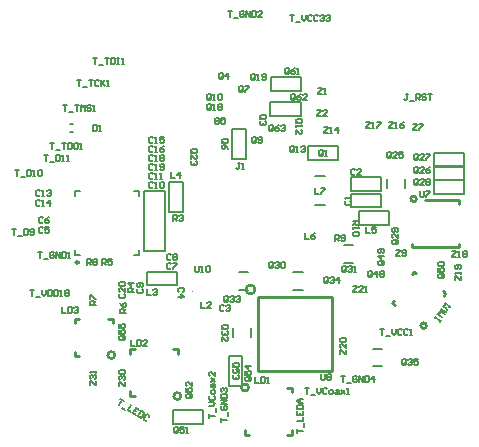
<source format=gto>
%FSLAX25Y25*%
%MOIN*%
G70*
G01*
G75*
G04 Layer_Color=65535*
%ADD10C,0.01000*%
%ADD11C,0.00512*%
%ADD12C,0.02000*%
%ADD13R,0.00787X0.04488*%
%ADD14R,0.01969X0.01969*%
%ADD15R,0.03000X0.03000*%
%ADD16R,0.01969X0.01969*%
%ADD17R,0.03000X0.03000*%
G04:AMPARAMS|DCode=18|XSize=33.47mil|YSize=11.02mil|CornerRadius=2.76mil|HoleSize=0mil|Usage=FLASHONLY|Rotation=0.000|XOffset=0mil|YOffset=0mil|HoleType=Round|Shape=RoundedRectangle|*
%AMROUNDEDRECTD18*
21,1,0.03347,0.00551,0,0,0.0*
21,1,0.02795,0.01102,0,0,0.0*
1,1,0.00551,0.01398,-0.00276*
1,1,0.00551,-0.01398,-0.00276*
1,1,0.00551,-0.01398,0.00276*
1,1,0.00551,0.01398,0.00276*
%
%ADD18ROUNDEDRECTD18*%
G04:AMPARAMS|DCode=19|XSize=33.47mil|YSize=11.02mil|CornerRadius=2.76mil|HoleSize=0mil|Usage=FLASHONLY|Rotation=90.000|XOffset=0mil|YOffset=0mil|HoleType=Round|Shape=RoundedRectangle|*
%AMROUNDEDRECTD19*
21,1,0.03347,0.00551,0,0,90.0*
21,1,0.02795,0.01102,0,0,90.0*
1,1,0.00551,0.00276,0.01398*
1,1,0.00551,0.00276,-0.01398*
1,1,0.00551,-0.00276,-0.01398*
1,1,0.00551,-0.00276,0.01398*
%
%ADD19ROUNDEDRECTD19*%
%ADD20R,0.03150X0.03150*%
%ADD21R,0.02165X0.01260*%
%ADD22R,0.01260X0.02165*%
%ADD23R,0.11417X0.11417*%
G04:AMPARAMS|DCode=24|XSize=19.69mil|YSize=10.63mil|CornerRadius=0mil|HoleSize=0mil|Usage=FLASHONLY|Rotation=326.000|XOffset=0mil|YOffset=0mil|HoleType=Round|Shape=Rectangle|*
%AMROTATEDRECTD24*
4,1,4,-0.01113,0.00110,-0.00519,0.00991,0.01113,-0.00110,0.00519,-0.00991,-0.01113,0.00110,0.0*
%
%ADD24ROTATEDRECTD24*%

G04:AMPARAMS|DCode=25|XSize=21.65mil|YSize=10.63mil|CornerRadius=0mil|HoleSize=0mil|Usage=FLASHONLY|Rotation=326.000|XOffset=0mil|YOffset=0mil|HoleType=Round|Shape=Rectangle|*
%AMROTATEDRECTD25*
4,1,4,-0.01195,0.00165,-0.00600,0.01046,0.01195,-0.00165,0.00600,-0.01046,-0.01195,0.00165,0.0*
%
%ADD25ROTATEDRECTD25*%

%ADD26P,0.08574X4X281.0*%
G04:AMPARAMS|DCode=27|XSize=19.69mil|YSize=10.63mil|CornerRadius=0mil|HoleSize=0mil|Usage=FLASHONLY|Rotation=56.000|XOffset=0mil|YOffset=0mil|HoleType=Round|Shape=Rectangle|*
%AMROTATEDRECTD27*
4,1,4,-0.00110,-0.01113,-0.00991,-0.00519,0.00110,0.01113,0.00991,0.00519,-0.00110,-0.01113,0.0*
%
%ADD27ROTATEDRECTD27*%

G04:AMPARAMS|DCode=28|XSize=21.65mil|YSize=10.63mil|CornerRadius=0mil|HoleSize=0mil|Usage=FLASHONLY|Rotation=56.000|XOffset=0mil|YOffset=0mil|HoleType=Round|Shape=Rectangle|*
%AMROTATEDRECTD28*
4,1,4,-0.00165,-0.01195,-0.01046,-0.00600,0.00165,0.01195,0.01046,0.00600,-0.00165,-0.01195,0.0*
%
%ADD28ROTATEDRECTD28*%

%ADD29R,0.03543X0.03740*%
%ADD30C,0.01969*%
%ADD31C,0.06811*%
%ADD32R,0.04449X0.05787*%
%ADD33R,0.05079X0.10709*%
%ADD34R,0.06693X0.04331*%
%ADD35R,0.01969X0.02362*%
%ADD36R,0.04331X0.05512*%
%ADD37R,0.04331X0.06693*%
%ADD38R,0.02362X0.00984*%
%ADD39R,0.10236X0.11811*%
%ADD40C,0.02362*%
%ADD41R,0.00984X0.02362*%
%ADD42R,0.12205X0.12205*%
%ADD43R,0.01181X0.01929*%
%ADD44R,0.01181X0.02047*%
%ADD45C,0.01500*%
%ADD46C,0.03000*%
%ADD47C,0.00600*%
%ADD48C,0.05512*%
%ADD49C,0.05000*%
%ADD50C,0.01063*%
%ADD51R,0.05000X0.03000*%
%ADD52R,0.01969X0.01850*%
%ADD53R,0.01969X0.01457*%
%ADD54R,0.04882X0.05079*%
%ADD55C,0.00984*%
%ADD56R,0.04488X0.00787*%
%ADD57R,0.05906X0.02165*%
%ADD58C,0.00700*%
%ADD59C,0.00800*%
%ADD60C,0.01200*%
%ADD61C,0.00984*%
%ADD62C,0.00394*%
%ADD63C,0.00500*%
%ADD64C,0.00787*%
D10*
X-42263Y-46705D02*
G03*
X-42263Y-46705I-1181J0D01*
G01*
X-20245Y-60374D02*
G03*
X-20245Y-60374I-1181J0D01*
G01*
X2307Y-57526D02*
G03*
X2307Y-57526I-1181J0D01*
G01*
X61601Y-36908D02*
G03*
X61601Y-36908I-943J0D01*
G01*
X58268Y5368D02*
G03*
X58268Y5368I-943J0D01*
G01*
X4413Y-24836D02*
G03*
X4413Y-24836I-1476J0D01*
G01*
X-43051Y-36076D02*
Y-34501D01*
X-44626D02*
X-43051D01*
X-55649D02*
X-54074D01*
X-55649Y-36076D02*
Y-34501D01*
Y-47099D02*
Y-45524D01*
Y-47099D02*
X-54074D01*
X-37077Y-46201D02*
Y-44626D01*
X-35502D01*
X-37077Y-60374D02*
X-35502D01*
X-37077D02*
Y-58799D01*
X-22904Y-44626D02*
X-21329D01*
Y-45807D02*
Y-45020D01*
Y-44626D01*
Y-46201D02*
Y-45807D01*
X16777Y-73274D02*
Y-71699D01*
X15202Y-73274D02*
X16777D01*
X15202Y-57526D02*
X16777D01*
Y-59101D02*
Y-57526D01*
X1029Y-73274D02*
X2604D01*
X1029Y-72880D02*
Y-72093D01*
Y-73274D02*
Y-72880D01*
Y-72093D02*
Y-71699D01*
X67381Y-26840D02*
X67931Y-26024D01*
X67115Y-25473D02*
X67931Y-26024D01*
X56773Y-19685D02*
X57324Y-18869D01*
X58140Y-19419D01*
X50169Y-29476D02*
X50985Y-30027D01*
X50169Y-29476D02*
X50719Y-28660D01*
X61107Y4974D02*
X72524D01*
Y3793D02*
Y4974D01*
X56776Y-10774D02*
X64650D01*
X56776D02*
Y-9593D01*
X64650Y-10774D02*
X72524D01*
Y-9593D01*
X5397Y-27297D02*
X30003D01*
Y-51903D02*
Y-27297D01*
X5397Y-51903D02*
X30003D01*
X5397D02*
Y-27297D01*
D47*
X10333Y28333D02*
Y29666D01*
X10000Y29999D01*
X9333D01*
X9000Y29666D01*
Y28333D01*
X9333Y28000D01*
X10000D01*
X9667Y28666D02*
X10333Y28000D01*
X10000D02*
X10333Y28333D01*
X12332Y29999D02*
X11666Y29666D01*
X10999Y29000D01*
Y28333D01*
X11333Y28000D01*
X11999D01*
X12332Y28333D01*
Y28666D01*
X11999Y29000D01*
X10999D01*
X12999Y29666D02*
X13332Y29999D01*
X13998D01*
X14332Y29666D01*
Y29333D01*
X13998Y29000D01*
X13665D01*
X13998D01*
X14332Y28666D01*
Y28333D01*
X13998Y28000D01*
X13332D01*
X12999Y28333D01*
X17833Y38833D02*
Y40166D01*
X17500Y40499D01*
X16833D01*
X16500Y40166D01*
Y38833D01*
X16833Y38500D01*
X17500D01*
X17166Y39166D02*
X17833Y38500D01*
X17500D02*
X17833Y38833D01*
X19832Y40499D02*
X19166Y40166D01*
X18499Y39500D01*
Y38833D01*
X18833Y38500D01*
X19499D01*
X19832Y38833D01*
Y39166D01*
X19499Y39500D01*
X18499D01*
X21832Y38500D02*
X20499D01*
X21832Y39833D01*
Y40166D01*
X21498Y40499D01*
X20832D01*
X20499Y40166D01*
X15833Y47333D02*
Y48666D01*
X15500Y48999D01*
X14833D01*
X14500Y48666D01*
Y47333D01*
X14833Y47000D01*
X15500D01*
X15167Y47666D02*
X15833Y47000D01*
X15500D02*
X15833Y47333D01*
X17832Y48999D02*
X17166Y48666D01*
X16499Y48000D01*
Y47333D01*
X16833Y47000D01*
X17499D01*
X17832Y47333D01*
Y47666D01*
X17499Y48000D01*
X16499D01*
X18499Y47000D02*
X19165D01*
X18832D01*
Y48999D01*
X18499Y48666D01*
X-40999Y-57000D02*
Y-55667D01*
X-40666D01*
X-39333Y-57000D01*
X-39000D01*
Y-55667D01*
X-40666Y-55001D02*
X-40999Y-54667D01*
Y-54001D01*
X-40666Y-53668D01*
X-40333D01*
X-40000Y-54001D01*
Y-54334D01*
Y-54001D01*
X-39666Y-53668D01*
X-39333D01*
X-39000Y-54001D01*
Y-54667D01*
X-39333Y-55001D01*
X-40666Y-53001D02*
X-40999Y-52668D01*
Y-52002D01*
X-40666Y-51668D01*
X-39333D01*
X-39000Y-52002D01*
Y-52668D01*
X-39333Y-53001D01*
X-40666D01*
X-50499Y-56500D02*
Y-55167D01*
X-50166D01*
X-48833Y-56500D01*
X-48500D01*
Y-55167D01*
X-50166Y-54501D02*
X-50499Y-54167D01*
Y-53501D01*
X-50166Y-53168D01*
X-49833D01*
X-49500Y-53501D01*
Y-53834D01*
Y-53501D01*
X-49166Y-53168D01*
X-48833D01*
X-48500Y-53501D01*
Y-54167D01*
X-48833Y-54501D01*
X-48500Y-52501D02*
Y-51835D01*
Y-52168D01*
X-50499D01*
X-50166Y-52501D01*
X-39333Y-40167D02*
X-40666D01*
X-40999Y-40500D01*
Y-41167D01*
X-40666Y-41500D01*
X-39333D01*
X-39000Y-41167D01*
Y-40500D01*
X-39666Y-40834D02*
X-39000Y-40167D01*
Y-40500D02*
X-39333Y-40167D01*
X-40999Y-38168D02*
Y-39501D01*
X-40000D01*
X-40333Y-38834D01*
Y-38501D01*
X-40000Y-38168D01*
X-39333D01*
X-39000Y-38501D01*
Y-39167D01*
X-39333Y-39501D01*
X-40999Y-36168D02*
Y-37501D01*
X-40000D01*
X-40333Y-36835D01*
Y-36502D01*
X-40000Y-36168D01*
X-39333D01*
X-39000Y-36502D01*
Y-37168D01*
X-39333Y-37501D01*
X2717Y-54013D02*
X1384D01*
X1051Y-54346D01*
Y-55013D01*
X1384Y-55346D01*
X2717D01*
X3050Y-55013D01*
Y-54346D01*
X2384Y-54680D02*
X3050Y-54013D01*
Y-54346D02*
X2717Y-54013D01*
X1051Y-52014D02*
Y-53347D01*
X2050D01*
X1717Y-52680D01*
Y-52347D01*
X2050Y-52014D01*
X2717D01*
X3050Y-52347D01*
Y-53013D01*
X2717Y-53347D01*
X3050Y-50348D02*
X1051D01*
X2050Y-51347D01*
Y-50014D01*
X-2717Y-50535D02*
X-1384D01*
X-1051Y-50202D01*
Y-49536D01*
X-1384Y-49202D01*
X-2717D01*
X-3050Y-49536D01*
Y-50202D01*
X-2383Y-49869D02*
X-3050Y-50535D01*
Y-50202D02*
X-2717Y-50535D01*
X-1051Y-52535D02*
Y-51202D01*
X-2050D01*
X-1717Y-51868D01*
Y-52201D01*
X-2050Y-52535D01*
X-2717D01*
X-3050Y-52201D01*
Y-51535D01*
X-2717Y-51202D01*
X-1384Y-53201D02*
X-1051Y-53534D01*
Y-54201D01*
X-1384Y-54534D01*
X-1717D01*
X-2050Y-54201D01*
Y-53868D01*
Y-54201D01*
X-2383Y-54534D01*
X-2717D01*
X-3050Y-54201D01*
Y-53534D01*
X-2717Y-53201D01*
X-16833Y-59667D02*
X-18166D01*
X-18499Y-60000D01*
Y-60667D01*
X-18166Y-61000D01*
X-16833D01*
X-16500Y-60667D01*
Y-60000D01*
X-17166Y-60334D02*
X-16500Y-59667D01*
Y-60000D02*
X-16833Y-59667D01*
X-18499Y-57668D02*
Y-59001D01*
X-17500D01*
X-17833Y-58334D01*
Y-58001D01*
X-17500Y-57668D01*
X-16833D01*
X-16500Y-58001D01*
Y-58667D01*
X-16833Y-59001D01*
X-16500Y-55668D02*
Y-57001D01*
X-17833Y-55668D01*
X-18166D01*
X-18499Y-56002D01*
Y-56668D01*
X-18166Y-57001D01*
X-21167Y-72167D02*
Y-70834D01*
X-21500Y-70501D01*
X-22167D01*
X-22500Y-70834D01*
Y-72167D01*
X-22167Y-72500D01*
X-21500D01*
X-21834Y-71834D02*
X-21167Y-72500D01*
X-21500D02*
X-21167Y-72167D01*
X-19168Y-70501D02*
X-20501D01*
Y-71500D01*
X-19834Y-71167D01*
X-19501D01*
X-19168Y-71500D01*
Y-72167D01*
X-19501Y-72500D01*
X-20167D01*
X-20501Y-72167D01*
X-18501Y-72500D02*
X-17835D01*
X-18168D01*
Y-70501D01*
X-18501Y-70834D01*
X67167Y-19667D02*
X65834D01*
X65501Y-20000D01*
Y-20667D01*
X65834Y-21000D01*
X67167D01*
X67500Y-20667D01*
Y-20000D01*
X66834Y-20334D02*
X67500Y-19667D01*
Y-20000D02*
X67167Y-19667D01*
X65501Y-17668D02*
Y-19001D01*
X66500D01*
X66167Y-18334D01*
Y-18001D01*
X66500Y-17668D01*
X67167D01*
X67500Y-18001D01*
Y-18667D01*
X67167Y-19001D01*
X65834Y-17001D02*
X65501Y-16668D01*
Y-16002D01*
X65834Y-15668D01*
X67167D01*
X67500Y-16002D01*
Y-16668D01*
X67167Y-17001D01*
X65834D01*
X47167Y-15167D02*
X45834D01*
X45501Y-15500D01*
Y-16167D01*
X45834Y-16500D01*
X47167D01*
X47500Y-16167D01*
Y-15500D01*
X46834Y-15834D02*
X47500Y-15167D01*
Y-15500D02*
X47167Y-15167D01*
X47500Y-13501D02*
X45501D01*
X46500Y-14501D01*
Y-13168D01*
X47167Y-12501D02*
X47500Y-12168D01*
Y-11502D01*
X47167Y-11168D01*
X45834D01*
X45501Y-11502D01*
Y-12168D01*
X45834Y-12501D01*
X46167D01*
X46500Y-12168D01*
Y-11168D01*
X43333Y-20167D02*
Y-18834D01*
X43000Y-18501D01*
X42333D01*
X42000Y-18834D01*
Y-20167D01*
X42333Y-20500D01*
X43000D01*
X42666Y-19834D02*
X43333Y-20500D01*
X43000D02*
X43333Y-20167D01*
X44999Y-20500D02*
Y-18501D01*
X43999Y-19500D01*
X45332D01*
X45999Y-18834D02*
X46332Y-18501D01*
X46998D01*
X47332Y-18834D01*
Y-19167D01*
X46998Y-19500D01*
X47332Y-19834D01*
Y-20167D01*
X46998Y-20500D01*
X46332D01*
X45999Y-20167D01*
Y-19834D01*
X46332Y-19500D01*
X45999Y-19167D01*
Y-18834D01*
X46332Y-19500D02*
X46998D01*
X-60000Y-30501D02*
Y-32500D01*
X-58667D01*
X-58001Y-30501D02*
Y-32500D01*
X-57001D01*
X-56668Y-32167D01*
Y-30834D01*
X-57001Y-30501D01*
X-58001D01*
X-56001Y-30834D02*
X-55668Y-30501D01*
X-55002D01*
X-54668Y-30834D01*
Y-31167D01*
X-55002Y-31500D01*
X-55335D01*
X-55002D01*
X-54668Y-31834D01*
Y-32167D01*
X-55002Y-32500D01*
X-55668D01*
X-56001Y-32167D01*
X-37000Y-41501D02*
Y-43500D01*
X-35667D01*
X-35001Y-41501D02*
Y-43500D01*
X-34001D01*
X-33668Y-43167D01*
Y-41834D01*
X-34001Y-41501D01*
X-35001D01*
X-31668Y-43500D02*
X-33001D01*
X-31668Y-42167D01*
Y-41834D01*
X-32002Y-41501D01*
X-32668D01*
X-33001Y-41834D01*
X4500Y-54001D02*
Y-56000D01*
X5833D01*
X6499Y-54001D02*
Y-56000D01*
X7499D01*
X7832Y-55667D01*
Y-54334D01*
X7499Y-54001D01*
X6499D01*
X8499Y-56000D02*
X9165D01*
X8832D01*
Y-54001D01*
X8499Y-54334D01*
X64342Y-34382D02*
X64715Y-33830D01*
X64529Y-34106D01*
X66186Y-35224D01*
X66000Y-35500D01*
X66373Y-34947D01*
X66932Y-34119D02*
X65274Y-33001D01*
X66199Y-32821D01*
X66019Y-31896D01*
X67677Y-33014D01*
X66392Y-31343D02*
X67773Y-32275D01*
X68236Y-32185D01*
X68609Y-31632D01*
X68519Y-31170D01*
X67137Y-30238D01*
X69168Y-30804D02*
X69540Y-30251D01*
X69354Y-30527D01*
X67696Y-29409D01*
X67787Y-29872D01*
X34834Y4833D02*
X34501Y4500D01*
Y3833D01*
X34834Y3500D01*
X36167D01*
X36500Y3833D01*
Y4500D01*
X36167Y4833D01*
X36500Y5499D02*
Y6166D01*
Y5833D01*
X34501D01*
X34834Y5499D01*
X37833Y15166D02*
X37500Y15499D01*
X36833D01*
X36500Y15166D01*
Y13833D01*
X36833Y13500D01*
X37500D01*
X37833Y13833D01*
X39832Y13500D02*
X38499D01*
X39832Y14833D01*
Y15166D01*
X39499Y15499D01*
X38833D01*
X38499Y15166D01*
X-66167Y-4334D02*
X-66500Y-4001D01*
X-67167D01*
X-67500Y-4334D01*
Y-5667D01*
X-67167Y-6000D01*
X-66500D01*
X-66167Y-5667D01*
X-64168Y-4001D02*
X-65501D01*
Y-5000D01*
X-64834Y-4667D01*
X-64501D01*
X-64168Y-5000D01*
Y-5667D01*
X-64501Y-6000D01*
X-65167D01*
X-65501Y-5667D01*
X-66167Y-834D02*
X-66500Y-501D01*
X-67167D01*
X-67500Y-834D01*
Y-2167D01*
X-67167Y-2500D01*
X-66500D01*
X-66167Y-2167D01*
X-64168Y-501D02*
X-64834Y-834D01*
X-65501Y-1500D01*
Y-2167D01*
X-65167Y-2500D01*
X-64501D01*
X-64168Y-2167D01*
Y-1833D01*
X-64501Y-1500D01*
X-65501D01*
X-23667Y-16334D02*
X-24000Y-16001D01*
X-24667D01*
X-25000Y-16334D01*
Y-17667D01*
X-24667Y-18000D01*
X-24000D01*
X-23667Y-17667D01*
X-23001Y-16001D02*
X-21668D01*
Y-16334D01*
X-23001Y-17667D01*
Y-18000D01*
X-23667Y-13334D02*
X-24000Y-13001D01*
X-24667D01*
X-25000Y-13334D01*
Y-14667D01*
X-24667Y-15000D01*
X-24000D01*
X-23667Y-14667D01*
X-23001Y-13334D02*
X-22667Y-13001D01*
X-22001D01*
X-21668Y-13334D01*
Y-13667D01*
X-22001Y-14000D01*
X-21668Y-14333D01*
Y-14667D01*
X-22001Y-15000D01*
X-22667D01*
X-23001Y-14667D01*
Y-14333D01*
X-22667Y-14000D01*
X-23001Y-13667D01*
Y-13334D01*
X-22667Y-14000D02*
X-22001D01*
X-34666Y-24667D02*
X-34999Y-25000D01*
Y-25667D01*
X-34666Y-26000D01*
X-33333D01*
X-33000Y-25667D01*
Y-25000D01*
X-33333Y-24667D01*
Y-24001D02*
X-33000Y-23667D01*
Y-23001D01*
X-33333Y-22668D01*
X-34666D01*
X-34999Y-23001D01*
Y-23667D01*
X-34666Y-24001D01*
X-34333D01*
X-34000Y-23667D01*
Y-22668D01*
X-29667Y10666D02*
X-30000Y10999D01*
X-30667D01*
X-31000Y10666D01*
Y9333D01*
X-30667Y9000D01*
X-30000D01*
X-29667Y9333D01*
X-29001Y9000D02*
X-28334D01*
X-28667D01*
Y10999D01*
X-29001Y10666D01*
X-27334D02*
X-27001Y10999D01*
X-26335D01*
X-26002Y10666D01*
Y9333D01*
X-26335Y9000D01*
X-27001D01*
X-27334Y9333D01*
Y10666D01*
X-29667Y13666D02*
X-30000Y13999D01*
X-30667D01*
X-31000Y13666D01*
Y12333D01*
X-30667Y12000D01*
X-30000D01*
X-29667Y12333D01*
X-29001Y12000D02*
X-28334D01*
X-28667D01*
Y13999D01*
X-29001Y13666D01*
X-27334Y12000D02*
X-26668D01*
X-27001D01*
Y13999D01*
X-27334Y13666D01*
X-67167Y8166D02*
X-67500Y8499D01*
X-68167D01*
X-68500Y8166D01*
Y6833D01*
X-68167Y6500D01*
X-67500D01*
X-67167Y6833D01*
X-66501Y6500D02*
X-65834D01*
X-66167D01*
Y8499D01*
X-66501Y8166D01*
X-64834D02*
X-64501Y8499D01*
X-63835D01*
X-63502Y8166D01*
Y7833D01*
X-63835Y7500D01*
X-64168D01*
X-63835D01*
X-63502Y7166D01*
Y6833D01*
X-63835Y6500D01*
X-64501D01*
X-64834Y6833D01*
X-67167Y4666D02*
X-67500Y4999D01*
X-68167D01*
X-68500Y4666D01*
Y3333D01*
X-68167Y3000D01*
X-67500D01*
X-67167Y3333D01*
X-66501Y3000D02*
X-65834D01*
X-66167D01*
Y4999D01*
X-66501Y4666D01*
X-63835Y3000D02*
Y4999D01*
X-64834Y4000D01*
X-63502D01*
X-29667Y25666D02*
X-30000Y25999D01*
X-30667D01*
X-31000Y25666D01*
Y24333D01*
X-30667Y24000D01*
X-30000D01*
X-29667Y24333D01*
X-29001Y24000D02*
X-28334D01*
X-28667D01*
Y25999D01*
X-29001Y25666D01*
X-26002Y25999D02*
X-27334D01*
Y25000D01*
X-26668Y25333D01*
X-26335D01*
X-26002Y25000D01*
Y24333D01*
X-26335Y24000D01*
X-27001D01*
X-27334Y24333D01*
X-29667Y22666D02*
X-30000Y22999D01*
X-30667D01*
X-31000Y22666D01*
Y21333D01*
X-30667Y21000D01*
X-30000D01*
X-29667Y21333D01*
X-29001Y21000D02*
X-28334D01*
X-28667D01*
Y22999D01*
X-29001Y22666D01*
X-26002Y22999D02*
X-26668Y22666D01*
X-27334Y22000D01*
Y21333D01*
X-27001Y21000D01*
X-26335D01*
X-26002Y21333D01*
Y21666D01*
X-26335Y22000D01*
X-27334D01*
X-29667Y19666D02*
X-30000Y19999D01*
X-30667D01*
X-31000Y19666D01*
Y18333D01*
X-30667Y18000D01*
X-30000D01*
X-29667Y18333D01*
X-29001Y18000D02*
X-28334D01*
X-28667D01*
Y19999D01*
X-29001Y19666D01*
X-27334D02*
X-27001Y19999D01*
X-26335D01*
X-26002Y19666D01*
Y19333D01*
X-26335Y19000D01*
X-26002Y18666D01*
Y18333D01*
X-26335Y18000D01*
X-27001D01*
X-27334Y18333D01*
Y18666D01*
X-27001Y19000D01*
X-27334Y19333D01*
Y19666D01*
X-27001Y19000D02*
X-26335D01*
X-29667Y16666D02*
X-30000Y16999D01*
X-30667D01*
X-31000Y16666D01*
Y15333D01*
X-30667Y15000D01*
X-30000D01*
X-29667Y15333D01*
X-29001Y15000D02*
X-28334D01*
X-28667D01*
Y16999D01*
X-29001Y16666D01*
X-27334Y15333D02*
X-27001Y15000D01*
X-26335D01*
X-26002Y15333D01*
Y16666D01*
X-26335Y16999D01*
X-27001D01*
X-27334Y16666D01*
Y16333D01*
X-27001Y16000D01*
X-26002D01*
X-40666Y-26167D02*
X-40999Y-26500D01*
Y-27167D01*
X-40666Y-27500D01*
X-39333D01*
X-39000Y-27167D01*
Y-26500D01*
X-39333Y-26167D01*
X-39000Y-24168D02*
Y-25501D01*
X-40333Y-24168D01*
X-40666D01*
X-40999Y-24501D01*
Y-25167D01*
X-40666Y-25501D01*
Y-23501D02*
X-40999Y-23168D01*
Y-22502D01*
X-40666Y-22168D01*
X-39333D01*
X-39000Y-22502D01*
Y-23168D01*
X-39333Y-23501D01*
X-40666D01*
X-49500Y29999D02*
Y28000D01*
X-48500D01*
X-48167Y28333D01*
Y29666D01*
X-48500Y29999D01*
X-49500D01*
X-47501Y28000D02*
X-46834D01*
X-47167D01*
Y29999D01*
X-47501Y29666D01*
X-667Y17499D02*
X-1333D01*
X-1000D01*
Y15833D01*
X-1333Y15500D01*
X-1667D01*
X-2000Y15833D01*
X-1Y15500D02*
X666D01*
X333D01*
Y17499D01*
X-1Y17166D01*
X-31500Y-24501D02*
Y-26500D01*
X-30167D01*
X-29501Y-24834D02*
X-29167Y-24501D01*
X-28501D01*
X-28168Y-24834D01*
Y-25167D01*
X-28501Y-25500D01*
X-28834D01*
X-28501D01*
X-28168Y-25834D01*
Y-26167D01*
X-28501Y-26500D01*
X-29167D01*
X-29501Y-26167D01*
X-23500Y14499D02*
Y12500D01*
X-22167D01*
X-20501D02*
Y14499D01*
X-21501Y13500D01*
X-20168D01*
X41500Y-4001D02*
Y-6000D01*
X42833D01*
X44832Y-4001D02*
X43499D01*
Y-5000D01*
X44166Y-4667D01*
X44499D01*
X44832Y-5000D01*
Y-5667D01*
X44499Y-6000D01*
X43833D01*
X43499Y-5667D01*
X21000Y-6001D02*
Y-8000D01*
X22333D01*
X24332Y-6001D02*
X23666Y-6334D01*
X22999Y-7000D01*
Y-7667D01*
X23333Y-8000D01*
X23999D01*
X24332Y-7667D01*
Y-7333D01*
X23999Y-7000D01*
X22999D01*
X24500Y8999D02*
Y7000D01*
X25833D01*
X26499Y8999D02*
X27832D01*
Y8666D01*
X26499Y7333D01*
Y7000D01*
X27181Y20078D02*
Y21411D01*
X26847Y21745D01*
X26181D01*
X25848Y21411D01*
Y20078D01*
X26181Y19745D01*
X26847D01*
X26514Y20412D02*
X27181Y19745D01*
X26847D02*
X27181Y20078D01*
X27847Y19745D02*
X28514D01*
X28180D01*
Y21745D01*
X27847Y21411D01*
X6333Y32167D02*
X7666D01*
X7999Y32500D01*
Y33167D01*
X7666Y33500D01*
X6333D01*
X6000Y33167D01*
Y32500D01*
X6667Y32834D02*
X6000Y32167D01*
Y32500D02*
X6333Y32167D01*
X7666Y31501D02*
X7999Y31167D01*
Y30501D01*
X7666Y30168D01*
X7333D01*
X7000Y30501D01*
Y30834D01*
Y30501D01*
X6667Y30168D01*
X6333D01*
X6000Y30501D01*
Y31167D01*
X6333Y31501D01*
X-6167Y45833D02*
Y47166D01*
X-6500Y47499D01*
X-7167D01*
X-7500Y47166D01*
Y45833D01*
X-7167Y45500D01*
X-6500D01*
X-6833Y46166D02*
X-6167Y45500D01*
X-6500D02*
X-6167Y45833D01*
X-4501Y45500D02*
Y47499D01*
X-5501Y46500D01*
X-4168D01*
X-6167Y24167D02*
X-4834D01*
X-4501Y24500D01*
Y25167D01*
X-4834Y25500D01*
X-6167D01*
X-6500Y25167D01*
Y24500D01*
X-5834Y24834D02*
X-6500Y24167D01*
Y24500D02*
X-6167Y24167D01*
X-4501Y22168D02*
X-4834Y22834D01*
X-5500Y23501D01*
X-6167D01*
X-6500Y23167D01*
Y22501D01*
X-6167Y22168D01*
X-5834D01*
X-5500Y22501D01*
Y23501D01*
X333Y41333D02*
Y42666D01*
X-0Y42999D01*
X-667D01*
X-1000Y42666D01*
Y41333D01*
X-667Y41000D01*
X-0D01*
X-334Y41666D02*
X333Y41000D01*
X-0D02*
X333Y41333D01*
X999Y42999D02*
X2332D01*
Y42666D01*
X999Y41333D01*
Y41000D01*
X-6833Y32167D02*
Y30834D01*
X-6500Y30501D01*
X-5833D01*
X-5500Y30834D01*
Y32167D01*
X-5833Y32500D01*
X-6500D01*
X-6166Y31834D02*
X-6833Y32500D01*
X-6500D02*
X-6833Y32167D01*
X-7499Y30834D02*
X-7833Y30501D01*
X-8499D01*
X-8832Y30834D01*
Y31167D01*
X-8499Y31500D01*
X-8832Y31834D01*
Y32167D01*
X-8499Y32500D01*
X-7833D01*
X-7499Y32167D01*
Y31834D01*
X-7833Y31500D01*
X-7499Y31167D01*
Y30834D01*
X-7833Y31500D02*
X-8499D01*
X4833Y24333D02*
Y25666D01*
X4500Y25999D01*
X3833D01*
X3500Y25666D01*
Y24333D01*
X3833Y24000D01*
X4500D01*
X4166Y24667D02*
X4833Y24000D01*
X4500D02*
X4833Y24333D01*
X5499D02*
X5833Y24000D01*
X6499D01*
X6832Y24333D01*
Y25666D01*
X6499Y25999D01*
X5833D01*
X5499Y25666D01*
Y25333D01*
X5833Y25000D01*
X6832D01*
X-10167Y38833D02*
Y40166D01*
X-10500Y40499D01*
X-11167D01*
X-11500Y40166D01*
Y38833D01*
X-11167Y38500D01*
X-10500D01*
X-10834Y39166D02*
X-10167Y38500D01*
X-10500D02*
X-10167Y38833D01*
X-9501Y38500D02*
X-8834D01*
X-9167D01*
Y40499D01*
X-9501Y40166D01*
X-7835D02*
X-7501Y40499D01*
X-6835D01*
X-6502Y40166D01*
Y38833D01*
X-6835Y38500D01*
X-7501D01*
X-7835Y38833D01*
Y40166D01*
X18333Y30667D02*
X19666D01*
X19999Y31000D01*
Y31667D01*
X19666Y32000D01*
X18333D01*
X18000Y31667D01*
Y31000D01*
X18666Y31334D02*
X18000Y30667D01*
Y31000D02*
X18333Y30667D01*
X18000Y30001D02*
Y29334D01*
Y29667D01*
X19999D01*
X19666Y30001D01*
X18000Y27002D02*
Y28335D01*
X19333Y27002D01*
X19666D01*
X19999Y27335D01*
Y28001D01*
X19666Y28335D01*
X17333Y21183D02*
Y22516D01*
X17000Y22849D01*
X16333D01*
X16000Y22516D01*
Y21183D01*
X16333Y20850D01*
X17000D01*
X16667Y21517D02*
X17333Y20850D01*
X17000D02*
X17333Y21183D01*
X17999Y20850D02*
X18666D01*
X18333D01*
Y22849D01*
X17999Y22516D01*
X19666D02*
X19999Y22849D01*
X20665D01*
X20998Y22516D01*
Y22183D01*
X20665Y21850D01*
X20332D01*
X20665D01*
X20998Y21517D01*
Y21183D01*
X20665Y20850D01*
X19999D01*
X19666Y21183D01*
X-10167Y35333D02*
Y36666D01*
X-10500Y36999D01*
X-11167D01*
X-11500Y36666D01*
Y35333D01*
X-11167Y35000D01*
X-10500D01*
X-10834Y35666D02*
X-10167Y35000D01*
X-10500D02*
X-10167Y35333D01*
X-9501Y35000D02*
X-8834D01*
X-9167D01*
Y36999D01*
X-9501Y36666D01*
X-7835D02*
X-7501Y36999D01*
X-6835D01*
X-6502Y36666D01*
Y36333D01*
X-6835Y36000D01*
X-6502Y35666D01*
Y35333D01*
X-6835Y35000D01*
X-7501D01*
X-7835Y35333D01*
Y35666D01*
X-7501Y36000D01*
X-7835Y36333D01*
Y36666D01*
X-7501Y36000D02*
X-6835D01*
X4333Y45333D02*
Y46666D01*
X4000Y46999D01*
X3333D01*
X3000Y46666D01*
Y45333D01*
X3333Y45000D01*
X4000D01*
X3666Y45666D02*
X4333Y45000D01*
X4000D02*
X4333Y45333D01*
X4999Y45000D02*
X5666D01*
X5333D01*
Y46999D01*
X4999Y46666D01*
X6666Y45333D02*
X6999Y45000D01*
X7665D01*
X7998Y45333D01*
Y46666D01*
X7665Y46999D01*
X6999D01*
X6666Y46666D01*
Y46333D01*
X6999Y46000D01*
X7998D01*
X-16667Y20667D02*
X-15334D01*
X-15001Y21000D01*
Y21667D01*
X-15334Y22000D01*
X-16667D01*
X-17000Y21667D01*
Y21000D01*
X-16333Y21334D02*
X-17000Y20667D01*
Y21000D02*
X-16667Y20667D01*
X-17000Y18668D02*
Y20001D01*
X-15667Y18668D01*
X-15334D01*
X-15001Y19001D01*
Y19667D01*
X-15334Y20001D01*
Y18001D02*
X-15001Y17668D01*
Y17002D01*
X-15334Y16668D01*
X-15667D01*
X-16000Y17002D01*
Y17335D01*
Y17002D01*
X-16333Y16668D01*
X-16667D01*
X-17000Y17002D01*
Y17668D01*
X-16667Y18001D01*
X49833Y19333D02*
Y20666D01*
X49500Y20999D01*
X48833D01*
X48500Y20666D01*
Y19333D01*
X48833Y19000D01*
X49500D01*
X49166Y19667D02*
X49833Y19000D01*
X49500D02*
X49833Y19333D01*
X51832Y19000D02*
X50499D01*
X51832Y20333D01*
Y20666D01*
X51499Y20999D01*
X50833D01*
X50499Y20666D01*
X53832Y20999D02*
X52499D01*
Y20000D01*
X53165Y20333D01*
X53498D01*
X53832Y20000D01*
Y19333D01*
X53498Y19000D01*
X52832D01*
X52499Y19333D01*
X58833Y14333D02*
Y15666D01*
X58500Y15999D01*
X57833D01*
X57500Y15666D01*
Y14333D01*
X57833Y14000D01*
X58500D01*
X58166Y14667D02*
X58833Y14000D01*
X58500D02*
X58833Y14333D01*
X60832Y14000D02*
X59499D01*
X60832Y15333D01*
Y15666D01*
X60499Y15999D01*
X59833D01*
X59499Y15666D01*
X62832Y15999D02*
X62165Y15666D01*
X61499Y15000D01*
Y14333D01*
X61832Y14000D01*
X62498D01*
X62832Y14333D01*
Y14667D01*
X62498Y15000D01*
X61499D01*
X58833Y18833D02*
Y20166D01*
X58500Y20499D01*
X57833D01*
X57500Y20166D01*
Y18833D01*
X57833Y18500D01*
X58500D01*
X58166Y19166D02*
X58833Y18500D01*
X58500D02*
X58833Y18833D01*
X60832Y18500D02*
X59499D01*
X60832Y19833D01*
Y20166D01*
X60499Y20499D01*
X59833D01*
X59499Y20166D01*
X61499Y20499D02*
X62832D01*
Y20166D01*
X61499Y18833D01*
Y18500D01*
X58833Y10333D02*
Y11666D01*
X58500Y11999D01*
X57833D01*
X57500Y11666D01*
Y10333D01*
X57833Y10000D01*
X58500D01*
X58166Y10667D02*
X58833Y10000D01*
X58500D02*
X58833Y10333D01*
X60832Y10000D02*
X59499D01*
X60832Y11333D01*
Y11666D01*
X60499Y11999D01*
X59833D01*
X59499Y11666D01*
X61499D02*
X61832Y11999D01*
X62498D01*
X62832Y11666D01*
Y11333D01*
X62498Y11000D01*
X62832Y10667D01*
Y10333D01*
X62498Y10000D01*
X61832D01*
X61499Y10333D01*
Y10667D01*
X61832Y11000D01*
X61499Y11333D01*
Y11666D01*
X61832Y11000D02*
X62498D01*
X51667Y-8167D02*
X50334D01*
X50001Y-8500D01*
Y-9167D01*
X50334Y-9500D01*
X51667D01*
X52000Y-9167D01*
Y-8500D01*
X51334Y-8833D02*
X52000Y-8167D01*
Y-8500D02*
X51667Y-8167D01*
X52000Y-6168D02*
Y-7501D01*
X50667Y-6168D01*
X50334D01*
X50001Y-6501D01*
Y-7167D01*
X50334Y-7501D01*
X51667Y-5501D02*
X52000Y-5168D01*
Y-4502D01*
X51667Y-4168D01*
X50334D01*
X50001Y-4502D01*
Y-5168D01*
X50334Y-5501D01*
X50667D01*
X51000Y-5168D01*
Y-4168D01*
X10333Y-17167D02*
Y-15834D01*
X10000Y-15501D01*
X9333D01*
X9000Y-15834D01*
Y-17167D01*
X9333Y-17500D01*
X10000D01*
X9667Y-16834D02*
X10333Y-17500D01*
X10000D02*
X10333Y-17167D01*
X10999Y-15834D02*
X11333Y-15501D01*
X11999D01*
X12332Y-15834D01*
Y-16167D01*
X11999Y-16500D01*
X11666D01*
X11999D01*
X12332Y-16834D01*
Y-17167D01*
X11999Y-17500D01*
X11333D01*
X10999Y-17167D01*
X12999Y-15834D02*
X13332Y-15501D01*
X13998D01*
X14332Y-15834D01*
Y-17167D01*
X13998Y-17500D01*
X13332D01*
X12999Y-17167D01*
Y-15834D01*
X34833Y-18667D02*
Y-17334D01*
X34500Y-17001D01*
X33833D01*
X33500Y-17334D01*
Y-18667D01*
X33833Y-19000D01*
X34500D01*
X34166Y-18334D02*
X34833Y-19000D01*
X34500D02*
X34833Y-18667D01*
X35499Y-17334D02*
X35833Y-17001D01*
X36499D01*
X36832Y-17334D01*
Y-17667D01*
X36499Y-18000D01*
X36166D01*
X36499D01*
X36832Y-18334D01*
Y-18667D01*
X36499Y-19000D01*
X35833D01*
X35499Y-18667D01*
X37499Y-19000D02*
X38165D01*
X37832D01*
Y-17001D01*
X37499Y-17334D01*
X-6167Y-37833D02*
X-4834D01*
X-4501Y-37500D01*
Y-36833D01*
X-4834Y-36500D01*
X-6167D01*
X-6500Y-36833D01*
Y-37500D01*
X-5834Y-37166D02*
X-6500Y-37833D01*
Y-37500D02*
X-6167Y-37833D01*
X-4834Y-38499D02*
X-4501Y-38833D01*
Y-39499D01*
X-4834Y-39832D01*
X-5167D01*
X-5500Y-39499D01*
Y-39166D01*
Y-39499D01*
X-5834Y-39832D01*
X-6167D01*
X-6500Y-39499D01*
Y-38833D01*
X-6167Y-38499D01*
X-6500Y-41832D02*
Y-40499D01*
X-5167Y-41832D01*
X-4834D01*
X-4501Y-41498D01*
Y-40832D01*
X-4834Y-40499D01*
X-4667Y-28667D02*
Y-27334D01*
X-5000Y-27001D01*
X-5667D01*
X-6000Y-27334D01*
Y-28667D01*
X-5667Y-29000D01*
X-5000D01*
X-5334Y-28334D02*
X-4667Y-29000D01*
X-5000D02*
X-4667Y-28667D01*
X-4001Y-27334D02*
X-3667Y-27001D01*
X-3001D01*
X-2668Y-27334D01*
Y-27667D01*
X-3001Y-28000D01*
X-3334D01*
X-3001D01*
X-2668Y-28334D01*
Y-28667D01*
X-3001Y-29000D01*
X-3667D01*
X-4001Y-28667D01*
X-2001Y-27334D02*
X-1668Y-27001D01*
X-1002D01*
X-668Y-27334D01*
Y-27667D01*
X-1002Y-28000D01*
X-1335D01*
X-1002D01*
X-668Y-28334D01*
Y-28667D01*
X-1002Y-29000D01*
X-1668D01*
X-2001Y-28667D01*
X28833Y-22167D02*
Y-20834D01*
X28500Y-20501D01*
X27833D01*
X27500Y-20834D01*
Y-22167D01*
X27833Y-22500D01*
X28500D01*
X28166Y-21834D02*
X28833Y-22500D01*
X28500D02*
X28833Y-22167D01*
X29499Y-20834D02*
X29833Y-20501D01*
X30499D01*
X30832Y-20834D01*
Y-21167D01*
X30499Y-21500D01*
X30166D01*
X30499D01*
X30832Y-21834D01*
Y-22167D01*
X30499Y-22500D01*
X29833D01*
X29499Y-22167D01*
X32498Y-22500D02*
Y-20501D01*
X31499Y-21500D01*
X32832D01*
X54833Y-49667D02*
Y-48334D01*
X54500Y-48001D01*
X53833D01*
X53500Y-48334D01*
Y-49667D01*
X53833Y-50000D01*
X54500D01*
X54166Y-49334D02*
X54833Y-50000D01*
X54500D02*
X54833Y-49667D01*
X55499Y-48334D02*
X55833Y-48001D01*
X56499D01*
X56832Y-48334D01*
Y-48667D01*
X56499Y-49000D01*
X56166D01*
X56499D01*
X56832Y-49334D01*
Y-49667D01*
X56499Y-50000D01*
X55833D01*
X55499Y-49667D01*
X58832Y-48001D02*
X57499D01*
Y-49000D01*
X58165Y-48667D01*
X58498D01*
X58832Y-49000D01*
Y-49667D01*
X58498Y-50000D01*
X57832D01*
X57499Y-49667D01*
X-23000Y-2000D02*
Y-1D01*
X-22000D01*
X-21667Y-334D01*
Y-1000D01*
X-22000Y-1333D01*
X-23000D01*
X-22333D02*
X-21667Y-2000D01*
X-21001Y-334D02*
X-20667Y-1D01*
X-20001D01*
X-19668Y-334D01*
Y-667D01*
X-20001Y-1000D01*
X-20334D01*
X-20001D01*
X-19668Y-1333D01*
Y-1667D01*
X-20001Y-2000D01*
X-20667D01*
X-21001Y-1667D01*
X-36000Y-25500D02*
X-37999D01*
Y-24500D01*
X-37666Y-24167D01*
X-37000D01*
X-36666Y-24500D01*
Y-25500D01*
Y-24834D02*
X-36000Y-24167D01*
Y-22501D02*
X-37999D01*
X-37000Y-23501D01*
Y-22168D01*
X-46500Y-16500D02*
Y-14501D01*
X-45500D01*
X-45167Y-14834D01*
Y-15500D01*
X-45500Y-15834D01*
X-46500D01*
X-45834D02*
X-45167Y-16500D01*
X-43168Y-14501D02*
X-44501D01*
Y-15500D01*
X-43834Y-15167D01*
X-43501D01*
X-43168Y-15500D01*
Y-16167D01*
X-43501Y-16500D01*
X-44167D01*
X-44501Y-16167D01*
X-38500Y-32500D02*
X-40499D01*
Y-31500D01*
X-40166Y-31167D01*
X-39500D01*
X-39166Y-31500D01*
Y-32500D01*
Y-31834D02*
X-38500Y-31167D01*
X-40499Y-29168D02*
X-40166Y-29834D01*
X-39500Y-30501D01*
X-38833D01*
X-38500Y-30167D01*
Y-29501D01*
X-38833Y-29168D01*
X-39166D01*
X-39500Y-29501D01*
Y-30501D01*
X-48500Y-30000D02*
X-50499D01*
Y-29000D01*
X-50166Y-28667D01*
X-49500D01*
X-49166Y-29000D01*
Y-30000D01*
Y-29334D02*
X-48500Y-28667D01*
X-50499Y-28001D02*
Y-26668D01*
X-50166D01*
X-48833Y-28001D01*
X-48500D01*
X-51500Y-16500D02*
Y-14501D01*
X-50500D01*
X-50167Y-14834D01*
Y-15500D01*
X-50500Y-15834D01*
X-51500D01*
X-50834D02*
X-50167Y-16500D01*
X-49501Y-14834D02*
X-49167Y-14501D01*
X-48501D01*
X-48168Y-14834D01*
Y-15167D01*
X-48501Y-15500D01*
X-48168Y-15834D01*
Y-16167D01*
X-48501Y-16500D01*
X-49167D01*
X-49501Y-16167D01*
Y-15834D01*
X-49167Y-15500D01*
X-49501Y-15167D01*
Y-14834D01*
X-49167Y-15500D02*
X-48501D01*
X31000Y-8500D02*
Y-6501D01*
X32000D01*
X32333Y-6834D01*
Y-7500D01*
X32000Y-7834D01*
X31000D01*
X31666D02*
X32333Y-8500D01*
X32999Y-8167D02*
X33333Y-8500D01*
X33999D01*
X34332Y-8167D01*
Y-6834D01*
X33999Y-6501D01*
X33333D01*
X32999Y-6834D01*
Y-7167D01*
X33333Y-7500D01*
X34332D01*
X37000Y-2000D02*
X38999D01*
Y-3000D01*
X38666Y-3333D01*
X38000D01*
X37666Y-3000D01*
Y-2000D01*
Y-2667D02*
X37000Y-3333D01*
Y-3999D02*
Y-4666D01*
Y-4333D01*
X38999D01*
X38666Y-3999D01*
Y-5666D02*
X38999Y-5999D01*
Y-6665D01*
X38666Y-6998D01*
X37333D01*
X37000Y-6665D01*
Y-5999D01*
X37333Y-5666D01*
X38666D01*
X59500Y7999D02*
Y6333D01*
X59833Y6000D01*
X60500D01*
X60833Y6333D01*
Y7999D01*
X61499D02*
X62832D01*
Y7666D01*
X61499Y6333D01*
Y6000D01*
X26500Y-53001D02*
Y-54667D01*
X26833Y-55000D01*
X27500D01*
X27833Y-54667D01*
Y-53001D01*
X28499Y-53334D02*
X28833Y-53001D01*
X29499D01*
X29832Y-53334D01*
Y-53667D01*
X29499Y-54000D01*
X29832Y-54334D01*
Y-54667D01*
X29499Y-55000D01*
X28833D01*
X28499Y-54667D01*
Y-54334D01*
X28833Y-54000D01*
X28499Y-53667D01*
Y-53334D01*
X28833Y-54000D02*
X29499D01*
X25500Y42499D02*
X26833D01*
Y42166D01*
X25500Y40833D01*
Y40500D01*
X26833D01*
X27499D02*
X28166D01*
X27833D01*
Y42499D01*
X27499Y42166D01*
X25000Y34999D02*
X26333D01*
Y34666D01*
X25000Y33333D01*
Y33000D01*
X26333D01*
X28332D02*
X26999D01*
X28332Y34333D01*
Y34666D01*
X27999Y34999D01*
X27333D01*
X26999Y34666D01*
X57000Y30499D02*
X58333D01*
Y30166D01*
X57000Y28833D01*
Y28500D01*
X58333D01*
X58999Y30499D02*
X60332D01*
Y30166D01*
X58999Y28833D01*
Y28500D01*
X51500Y-11501D02*
X52833D01*
Y-11834D01*
X51500Y-13167D01*
Y-13500D01*
X52833D01*
X53499Y-13167D02*
X53833Y-13500D01*
X54499D01*
X54832Y-13167D01*
Y-11834D01*
X54499Y-11501D01*
X53833D01*
X53499Y-11834D01*
Y-12167D01*
X53833Y-12500D01*
X54832D01*
X27500Y29499D02*
X28833D01*
Y29166D01*
X27500Y27833D01*
Y27500D01*
X28833D01*
X29499D02*
X30166D01*
X29833D01*
Y29499D01*
X29499Y29166D01*
X32165Y27500D02*
Y29499D01*
X31166Y28500D01*
X32498D01*
X49000Y30999D02*
X50333D01*
Y30666D01*
X49000Y29333D01*
Y29000D01*
X50333D01*
X50999D02*
X51666D01*
X51333D01*
Y30999D01*
X50999Y30666D01*
X53998Y30999D02*
X53332Y30666D01*
X52666Y30000D01*
Y29333D01*
X52999Y29000D01*
X53665D01*
X53998Y29333D01*
Y29666D01*
X53665Y30000D01*
X52666D01*
X41500Y30999D02*
X42833D01*
Y30666D01*
X41500Y29333D01*
Y29000D01*
X42833D01*
X43499D02*
X44166D01*
X43833D01*
Y30999D01*
X43499Y30666D01*
X45166Y30999D02*
X46498D01*
Y30666D01*
X45166Y29333D01*
Y29000D01*
X70000Y-12001D02*
X71333D01*
Y-12334D01*
X70000Y-13667D01*
Y-14000D01*
X71333D01*
X71999D02*
X72666D01*
X72333D01*
Y-12001D01*
X71999Y-12334D01*
X73665D02*
X73999Y-12001D01*
X74665D01*
X74998Y-12334D01*
Y-12667D01*
X74665Y-13000D01*
X74998Y-13333D01*
Y-13667D01*
X74665Y-14000D01*
X73999D01*
X73665Y-13667D01*
Y-13333D01*
X73999Y-13000D01*
X73665Y-12667D01*
Y-12334D01*
X73999Y-13000D02*
X74665D01*
X71001Y-21500D02*
Y-20167D01*
X71334D01*
X72667Y-21500D01*
X73000D01*
Y-20167D01*
Y-19501D02*
Y-18834D01*
Y-19167D01*
X71001D01*
X71334Y-19501D01*
X72667Y-17834D02*
X73000Y-17501D01*
Y-16835D01*
X72667Y-16502D01*
X71334D01*
X71001Y-16835D01*
Y-17501D01*
X71334Y-17834D01*
X71667D01*
X72000Y-17501D01*
Y-16502D01*
X32701Y-46300D02*
Y-44967D01*
X33034D01*
X34367Y-46300D01*
X34700D01*
Y-44967D01*
Y-42968D02*
Y-44301D01*
X33367Y-42968D01*
X33034D01*
X32701Y-43301D01*
Y-43967D01*
X33034Y-44301D01*
Y-42301D02*
X32701Y-41968D01*
Y-41302D01*
X33034Y-40968D01*
X34367D01*
X34700Y-41302D01*
Y-41968D01*
X34367Y-42301D01*
X33034D01*
X37000Y-23501D02*
X38333D01*
Y-23834D01*
X37000Y-25167D01*
Y-25500D01*
X38333D01*
X40332D02*
X38999D01*
X40332Y-24167D01*
Y-23834D01*
X39999Y-23501D01*
X39333D01*
X38999Y-23834D01*
X40999Y-25500D02*
X41665D01*
X41332D01*
Y-23501D01*
X40999Y-23834D01*
X-5835Y-30393D02*
X-6168Y-30059D01*
X-6835D01*
X-7168Y-30393D01*
Y-31725D01*
X-6835Y-32059D01*
X-6168D01*
X-5835Y-31725D01*
X-5169Y-30393D02*
X-4835Y-30059D01*
X-4169D01*
X-3836Y-30393D01*
Y-30726D01*
X-4169Y-31059D01*
X-4502D01*
X-4169D01*
X-3836Y-31392D01*
Y-31725D01*
X-4169Y-32059D01*
X-4835D01*
X-5169Y-31725D01*
X-19706Y-25752D02*
X-19373Y-25419D01*
Y-24753D01*
X-19706Y-24419D01*
X-21039D01*
X-21372Y-24753D01*
Y-25419D01*
X-21039Y-25752D01*
X-21372Y-27418D02*
X-19373D01*
X-20373Y-26419D01*
Y-27752D01*
X-13486Y-28843D02*
Y-30842D01*
X-12153D01*
X-10154D02*
X-11487D01*
X-10154Y-29509D01*
Y-29176D01*
X-10487Y-28843D01*
X-11153D01*
X-11487Y-29176D01*
X-15500Y-17001D02*
Y-18667D01*
X-15167Y-19000D01*
X-14500D01*
X-14167Y-18667D01*
Y-17001D01*
X-13501Y-19000D02*
X-12834D01*
X-13167D01*
Y-17001D01*
X-13501Y-17334D01*
X-11834D02*
X-11501Y-17001D01*
X-10835D01*
X-10502Y-17334D01*
Y-18667D01*
X-10835Y-19000D01*
X-11501D01*
X-11834Y-18667D01*
Y-17334D01*
X55333Y40499D02*
X54666D01*
X55000D01*
Y38833D01*
X54666Y38500D01*
X54333D01*
X54000Y38833D01*
X55999Y38167D02*
X57332D01*
X57999Y38500D02*
Y40499D01*
X58998D01*
X59332Y40166D01*
Y39500D01*
X58998Y39166D01*
X57999D01*
X58665D02*
X59332Y38500D01*
X61331Y40166D02*
X60998Y40499D01*
X60331D01*
X59998Y40166D01*
Y39833D01*
X60331Y39500D01*
X60998D01*
X61331Y39166D01*
Y38833D01*
X60998Y38500D01*
X60331D01*
X59998Y38833D01*
X61997Y40499D02*
X63330D01*
X62664D01*
Y38500D01*
X-68025Y-12315D02*
X-66692D01*
X-67359D01*
Y-14314D01*
X-66026Y-14647D02*
X-64693D01*
X-62694Y-12648D02*
X-63027Y-12315D01*
X-63693D01*
X-64026Y-12648D01*
Y-13981D01*
X-63693Y-14314D01*
X-63027D01*
X-62694Y-13981D01*
Y-13315D01*
X-63360D01*
X-62027Y-14314D02*
Y-12315D01*
X-60694Y-14314D01*
Y-12315D01*
X-60028D02*
Y-14314D01*
X-59028D01*
X-58695Y-13981D01*
Y-12648D01*
X-59028Y-12315D01*
X-60028D01*
X-58028Y-14314D02*
X-57362D01*
X-57695D01*
Y-12315D01*
X-58028Y-12648D01*
X-4500Y67999D02*
X-3167D01*
X-3834D01*
Y66000D01*
X-2501Y65667D02*
X-1168D01*
X832Y67666D02*
X498Y67999D01*
X-168D01*
X-501Y67666D01*
Y66333D01*
X-168Y66000D01*
X498D01*
X832Y66333D01*
Y67000D01*
X165D01*
X1498Y66000D02*
Y67999D01*
X2831Y66000D01*
Y67999D01*
X3497D02*
Y66000D01*
X4497D01*
X4830Y66333D01*
Y67666D01*
X4497Y67999D01*
X3497D01*
X6830Y66000D02*
X5497D01*
X6830Y67333D01*
Y67666D01*
X6496Y67999D01*
X5830D01*
X5497Y67666D01*
X33000Y-53501D02*
X34333D01*
X33666D01*
Y-55500D01*
X34999Y-55833D02*
X36332D01*
X38332Y-53834D02*
X37998Y-53501D01*
X37332D01*
X36999Y-53834D01*
Y-55167D01*
X37332Y-55500D01*
X37998D01*
X38332Y-55167D01*
Y-54500D01*
X37665D01*
X38998Y-55500D02*
Y-53501D01*
X40331Y-55500D01*
Y-53501D01*
X40997D02*
Y-55500D01*
X41997D01*
X42330Y-55167D01*
Y-53834D01*
X41997Y-53501D01*
X40997D01*
X43996Y-55500D02*
Y-53501D01*
X42997Y-54500D01*
X44330D01*
X18501Y-72500D02*
Y-71167D01*
Y-71834D01*
X20500D01*
X20833Y-70501D02*
Y-69168D01*
X18501Y-68501D02*
X20500D01*
Y-67168D01*
X18501Y-65169D02*
Y-66502D01*
X20500D01*
Y-65169D01*
X19500Y-66502D02*
Y-65835D01*
X18501Y-64503D02*
X20500D01*
Y-63503D01*
X20167Y-63170D01*
X18834D01*
X18501Y-63503D01*
Y-64503D01*
X20500Y-62503D02*
X19167D01*
X18501Y-61837D01*
X19167Y-61170D01*
X20500D01*
X19500D01*
Y-62503D01*
X-40500Y-61269D02*
X-39346Y-61935D01*
X-39923Y-61602D01*
X-40923Y-63333D01*
X-39935Y-64288D02*
X-38781Y-64955D01*
X-37037Y-63268D02*
X-38037Y-64999D01*
X-36883Y-65666D01*
X-34152Y-64934D02*
X-35306Y-64267D01*
X-36305Y-65999D01*
X-35151Y-66666D01*
X-35806Y-65133D02*
X-35228Y-65466D01*
X-33574Y-65267D02*
X-34574Y-66999D01*
X-33708Y-67498D01*
X-33253Y-67377D01*
X-32587Y-66222D01*
X-32709Y-65767D01*
X-33574Y-65267D01*
X-30855Y-67222D02*
X-30977Y-66767D01*
X-31554Y-66434D01*
X-32010Y-66556D01*
X-32676Y-67710D01*
X-32554Y-68165D01*
X-31977Y-68498D01*
X-31522Y-68376D01*
X-54900Y44949D02*
X-53567D01*
X-54234D01*
Y42950D01*
X-52901Y42617D02*
X-51568D01*
X-50901Y44949D02*
X-49568D01*
X-50235D01*
Y42950D01*
X-47569Y44616D02*
X-47902Y44949D01*
X-48569D01*
X-48902Y44616D01*
Y43283D01*
X-48569Y42950D01*
X-47902D01*
X-47569Y43283D01*
X-46903Y44949D02*
Y42950D01*
Y43616D01*
X-45570Y44949D01*
X-46569Y43950D01*
X-45570Y42950D01*
X-44903D02*
X-44237D01*
X-44570D01*
Y44949D01*
X-44903Y44616D01*
X-49450Y52299D02*
X-48117D01*
X-48784D01*
Y50300D01*
X-47451Y49967D02*
X-46118D01*
X-45451Y52299D02*
X-44118D01*
X-44785D01*
Y50300D01*
X-43452Y52299D02*
Y50300D01*
X-42452D01*
X-42119Y50633D01*
Y51966D01*
X-42452Y52299D01*
X-43452D01*
X-41453D02*
X-40786D01*
X-41119D01*
Y50300D01*
X-41453D01*
X-40786D01*
X-39786D02*
X-39120D01*
X-39453D01*
Y52299D01*
X-39786Y51966D01*
X-64034Y24166D02*
X-62701D01*
X-63368D01*
Y22166D01*
X-62035Y21833D02*
X-60702D01*
X-60036Y24166D02*
X-58703D01*
X-59369D01*
Y22166D01*
X-58036Y24166D02*
Y22166D01*
X-57037D01*
X-56703Y22500D01*
Y23833D01*
X-57037Y24166D01*
X-58036D01*
X-55037D02*
X-55704D01*
X-56037Y23833D01*
Y22500D01*
X-55704Y22166D01*
X-55037D01*
X-54704Y22500D01*
Y23833D01*
X-55037Y24166D01*
X-54037Y22166D02*
X-53371D01*
X-53704D01*
Y24166D01*
X-54037Y23833D01*
X-59500Y36799D02*
X-58167D01*
X-58834D01*
Y34800D01*
X-57501Y34467D02*
X-56168D01*
X-55501Y36799D02*
X-54168D01*
X-54835D01*
Y34800D01*
X-53502D02*
Y36799D01*
X-52836Y36133D01*
X-52169Y36799D01*
Y34800D01*
X-50170Y36466D02*
X-50503Y36799D01*
X-51169D01*
X-51503Y36466D01*
Y36133D01*
X-51169Y35800D01*
X-50503D01*
X-50170Y35466D01*
Y35133D01*
X-50503Y34800D01*
X-51169D01*
X-51503Y35133D01*
X-49503Y34800D02*
X-48837D01*
X-49170D01*
Y36799D01*
X-49503Y36466D01*
X46000Y-38001D02*
X47333D01*
X46666D01*
Y-40000D01*
X47999Y-40333D02*
X49332D01*
X49999Y-38001D02*
Y-39334D01*
X50665Y-40000D01*
X51332Y-39334D01*
Y-38001D01*
X53331Y-38334D02*
X52998Y-38001D01*
X52331D01*
X51998Y-38334D01*
Y-39667D01*
X52331Y-40000D01*
X52998D01*
X53331Y-39667D01*
X55330Y-38334D02*
X54997Y-38001D01*
X54331D01*
X53997Y-38334D01*
Y-39667D01*
X54331Y-40000D01*
X54997D01*
X55330Y-39667D01*
X55997Y-40000D02*
X56663D01*
X56330D01*
Y-38001D01*
X55997Y-38334D01*
X-6999Y-69000D02*
Y-67667D01*
Y-68334D01*
X-5000D01*
X-4667Y-67001D02*
Y-65668D01*
X-6666Y-63668D02*
X-6999Y-64002D01*
Y-64668D01*
X-6666Y-65001D01*
X-5333D01*
X-5000Y-64668D01*
Y-64002D01*
X-5333Y-63668D01*
X-6000D01*
Y-64335D01*
X-5000Y-63002D02*
X-6999D01*
X-5000Y-61669D01*
X-6999D01*
Y-61003D02*
X-5000D01*
Y-60003D01*
X-5333Y-59670D01*
X-6666D01*
X-6999Y-60003D01*
Y-61003D01*
X-6666Y-59003D02*
X-6999Y-58670D01*
Y-58004D01*
X-6666Y-57670D01*
X-6333D01*
X-6000Y-58004D01*
Y-58337D01*
Y-58004D01*
X-5666Y-57670D01*
X-5333D01*
X-5000Y-58004D01*
Y-58670D01*
X-5333Y-59003D01*
X21000Y-57501D02*
X22333D01*
X21666D01*
Y-59500D01*
X22999Y-59833D02*
X24332D01*
X24999Y-57501D02*
Y-58834D01*
X25665Y-59500D01*
X26332Y-58834D01*
Y-57501D01*
X28331Y-57834D02*
X27998Y-57501D01*
X27331D01*
X26998Y-57834D01*
Y-59167D01*
X27331Y-59500D01*
X27998D01*
X28331Y-59167D01*
X29331Y-59500D02*
X29997D01*
X30330Y-59167D01*
Y-58500D01*
X29997Y-58167D01*
X29331D01*
X28997Y-58500D01*
Y-59167D01*
X29331Y-59500D01*
X31330Y-58167D02*
X31996D01*
X32330Y-58500D01*
Y-59500D01*
X31330D01*
X30997Y-59167D01*
X31330Y-58834D01*
X32330D01*
X32996Y-58167D02*
X34329Y-59500D01*
X33663Y-58834D01*
X34329Y-58167D01*
X32996Y-59500D01*
X34995D02*
X35662D01*
X35329D01*
Y-57501D01*
X34995Y-57834D01*
X-10999Y-67500D02*
Y-66167D01*
Y-66834D01*
X-9000D01*
X-8667Y-65501D02*
Y-64168D01*
X-10999Y-63501D02*
X-9667D01*
X-9000Y-62835D01*
X-9667Y-62168D01*
X-10999D01*
X-10666Y-60169D02*
X-10999Y-60502D01*
Y-61169D01*
X-10666Y-61502D01*
X-9333D01*
X-9000Y-61169D01*
Y-60502D01*
X-9333Y-60169D01*
X-9000Y-59169D02*
Y-58503D01*
X-9333Y-58170D01*
X-10000D01*
X-10333Y-58503D01*
Y-59169D01*
X-10000Y-59503D01*
X-9333D01*
X-9000Y-59169D01*
X-10333Y-57170D02*
Y-56504D01*
X-10000Y-56170D01*
X-9000D01*
Y-57170D01*
X-9333Y-57503D01*
X-9667Y-57170D01*
Y-56170D01*
X-10333Y-55504D02*
X-9000Y-54171D01*
X-9667Y-54838D01*
X-10333Y-54171D01*
X-9000Y-55504D01*
Y-52172D02*
Y-53505D01*
X-10333Y-52172D01*
X-10666D01*
X-10999Y-52505D01*
Y-53171D01*
X-10666Y-53505D01*
D61*
X-54331Y-15797D02*
G03*
X-54331Y-15797I-492J0D01*
G01*
D62*
X-16225Y-25351D02*
G03*
X-16225Y-25351I-197J0D01*
G01*
D63*
X9774Y41270D02*
Y45870D01*
X19874Y41270D02*
Y45870D01*
X9774Y41270D02*
X19874D01*
X9774Y45870D02*
X19874D01*
X-4370Y-57126D02*
X230D01*
X-4370Y-47026D02*
X230D01*
Y-57126D02*
Y-47026D01*
X-4370Y-57126D02*
Y-47026D01*
X-22976Y-69680D02*
Y-65080D01*
X-12876Y-69680D02*
Y-65080D01*
X-22976Y-69680D02*
X-12876D01*
X-22976Y-65080D02*
X-12876D01*
X36424Y7120D02*
X46524D01*
X36424Y2520D02*
X46524D01*
Y7120D01*
X36424Y2520D02*
Y7120D01*
X36324Y12520D02*
X46424D01*
X36324Y7920D02*
X46424D01*
Y12520D01*
X36324Y7920D02*
Y12520D01*
X-21406Y-23475D02*
Y-18875D01*
X-31506Y-23475D02*
Y-18875D01*
X-21406D01*
X-31506Y-23475D02*
X-21406D01*
X-24217Y11043D02*
X-19617D01*
X-24217Y943D02*
X-19617D01*
X-24217D02*
Y11043D01*
X-19617Y943D02*
Y11043D01*
X39157Y-3275D02*
Y1325D01*
X49257Y-3275D02*
Y1325D01*
X39157Y-3275D02*
X49257Y-3275D01*
X39157Y1325D02*
X49257Y1325D01*
X22126Y18380D02*
X32226D01*
X22126Y22980D02*
X32226D01*
X22126Y18380D02*
Y22980D01*
X32226Y18380D02*
Y22980D01*
X1520Y18726D02*
Y28826D01*
X-3080Y18726D02*
Y28826D01*
Y18726D02*
X1520D01*
X-3080Y28826D02*
X1520D01*
X9574Y37670D02*
X19674D01*
X9574Y33070D02*
X19674D01*
Y37670D01*
X9574Y33070D02*
Y37670D01*
X64127Y11580D02*
X74227D01*
X64127Y16180D02*
X74227D01*
X64127Y11580D02*
Y16180D01*
X74227Y11580D02*
Y16180D01*
X64127Y16080D02*
X74227D01*
X64127Y20680D02*
X74227D01*
X64127Y16080D02*
Y20680D01*
X74227Y16080D02*
Y20680D01*
X64127Y7080D02*
X74227D01*
X64127Y11680D02*
X74227D01*
X64127Y7080D02*
Y11680D01*
X74227Y7080D02*
Y11680D01*
X-32500Y-12000D02*
Y8000D01*
Y-12000D02*
X-25500D01*
Y8000D01*
X-32500D02*
X-25500D01*
X-66047Y20017D02*
X-64714D01*
X-65381D01*
Y18018D01*
X-64048Y17684D02*
X-62715D01*
X-62048Y20017D02*
Y18018D01*
X-61049D01*
X-60715Y18351D01*
Y19684D01*
X-61049Y20017D01*
X-62048D01*
X-60049Y18018D02*
X-59382D01*
X-59716D01*
Y20017D01*
X-60049Y19684D01*
X-58383Y18018D02*
X-57716D01*
X-58049D01*
Y20017D01*
X-58383Y19684D01*
X-75500Y14999D02*
X-74167D01*
X-74834D01*
Y13000D01*
X-73501Y12667D02*
X-72168D01*
X-71501Y14999D02*
Y13000D01*
X-70502D01*
X-70168Y13333D01*
Y14666D01*
X-70502Y14999D01*
X-71501D01*
X-69502Y13000D02*
X-68836D01*
X-69169D01*
Y14999D01*
X-69502Y14666D01*
X-67836D02*
X-67503Y14999D01*
X-66836D01*
X-66503Y14666D01*
Y13333D01*
X-66836Y13000D01*
X-67503D01*
X-67836Y13333D01*
Y14666D01*
X-76500Y-4501D02*
X-75167D01*
X-75834D01*
Y-6500D01*
X-74501Y-6833D02*
X-73168D01*
X-72501Y-4501D02*
Y-6500D01*
X-71502D01*
X-71168Y-6167D01*
Y-4834D01*
X-71502Y-4501D01*
X-72501D01*
X-70502Y-6167D02*
X-70169Y-6500D01*
X-69502D01*
X-69169Y-6167D01*
Y-4834D01*
X-69502Y-4501D01*
X-70169D01*
X-70502Y-4834D01*
Y-5167D01*
X-70169Y-5500D01*
X-69169D01*
X-70500Y-25001D02*
X-69167D01*
X-69834D01*
Y-27000D01*
X-68501Y-27333D02*
X-67168D01*
X-66501Y-25001D02*
Y-26334D01*
X-65835Y-27000D01*
X-65168Y-26334D01*
Y-25001D01*
X-64502D02*
Y-27000D01*
X-63502D01*
X-63169Y-26667D01*
Y-25334D01*
X-63502Y-25001D01*
X-64502D01*
X-62503D02*
Y-27000D01*
X-61503D01*
X-61170Y-26667D01*
Y-25334D01*
X-61503Y-25001D01*
X-62503D01*
X-60503Y-27000D02*
X-59837D01*
X-60170D01*
Y-25001D01*
X-60503Y-25334D01*
X-58837D02*
X-58504Y-25001D01*
X-57837D01*
X-57504Y-25334D01*
Y-25667D01*
X-57837Y-26000D01*
X-57504Y-26334D01*
Y-26667D01*
X-57837Y-27000D01*
X-58504D01*
X-58837Y-26667D01*
Y-26334D01*
X-58504Y-26000D01*
X-58837Y-25667D01*
Y-25334D01*
X-58504Y-26000D02*
X-57837D01*
X16131Y66769D02*
X17464D01*
X16798D01*
Y64769D01*
X18131Y64436D02*
X19464D01*
X20130Y66769D02*
Y65436D01*
X20797Y64769D01*
X21463Y65436D01*
Y66769D01*
X23462Y66435D02*
X23129Y66769D01*
X22463D01*
X22130Y66435D01*
Y65102D01*
X22463Y64769D01*
X23129D01*
X23462Y65102D01*
X25462Y66435D02*
X25129Y66769D01*
X24462D01*
X24129Y66435D01*
Y65102D01*
X24462Y64769D01*
X25129D01*
X25462Y65102D01*
X26128Y66435D02*
X26461Y66769D01*
X27128D01*
X27461Y66435D01*
Y66102D01*
X27128Y65769D01*
X26795D01*
X27128D01*
X27461Y65436D01*
Y65102D01*
X27128Y64769D01*
X26461D01*
X26128Y65102D01*
X28128Y66435D02*
X28461Y66769D01*
X29127D01*
X29460Y66435D01*
Y66102D01*
X29127Y65769D01*
X28794D01*
X29127D01*
X29460Y65436D01*
Y65102D01*
X29127Y64769D01*
X28461D01*
X28128Y65102D01*
D64*
X-57144Y30476D02*
X-56356D01*
X-57144Y27524D02*
X-56356D01*
X24545Y3228D02*
X27694Y3228D01*
X24545Y13149D02*
X27694D01*
X54353Y8925D02*
Y12075D01*
X48447Y8925D02*
Y12075D01*
X34125Y-15953D02*
X37275D01*
X34125Y-10047D02*
X37275D01*
X2953Y-40725D02*
Y-37575D01*
X-2953Y-40725D02*
Y-37575D01*
X-925Y-19097D02*
X2225D01*
X-925Y-25003D02*
X2225D01*
X17175Y-25003D02*
X20325D01*
X17175Y-19097D02*
X20325D01*
X43675Y-50403D02*
X46825D01*
X43675Y-44497D02*
X46825D01*
X-34154Y-13238D02*
Y-11565D01*
X-35827Y-13238D02*
X-34154D01*
Y6348D02*
Y8021D01*
X-35827D02*
X-34154D01*
X-55414D02*
X-53740D01*
X-55414Y6348D02*
Y8021D01*
Y-13238D02*
Y-11565D01*
Y-13238D02*
X-53740D01*
M02*

</source>
